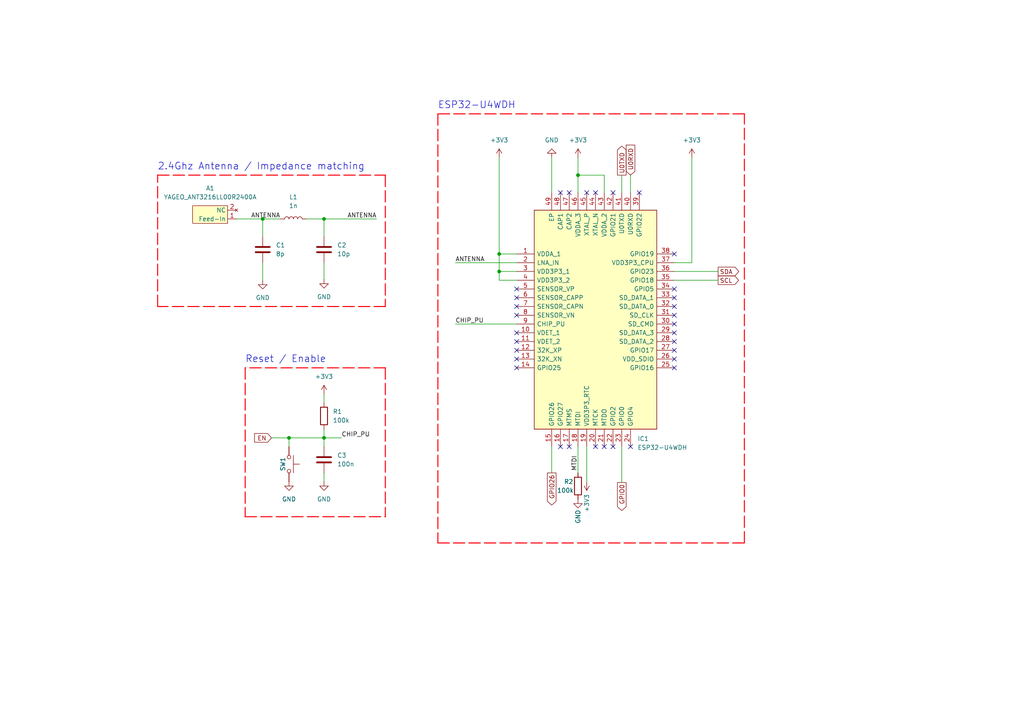
<source format=kicad_sch>
(kicad_sch (version 20211123) (generator eeschema)
  (paper "A4")
  (lib_symbols
    (symbol "Device:C" (pin_numbers hide) (pin_names (offset 0.254))
      (property "Reference" "C" (at 0.635 2.54 0))
      (property "Value" "C" (at 0.635 -2.54 0))
      (symbol "C_0_1"
        (polyline (pts (xy -2.032 -0.762) (xy 2.032 -0.762)) (stroke (width 0.508)))
        (polyline (pts (xy -2.032 0.762) (xy 2.032 0.762)) (stroke (width 0.508)))
      )
      (symbol "C_1_1"
        (pin passive line (at 0 3.81 270) (length 2.794) (name "~") (number "1"))
        (pin passive line (at 0 -3.81 90) (length 2.794) (name "~") (number "2"))
      )
    )
    (symbol "Device:L" (pin_numbers hide) (pin_names (offset 1.016) hide)
      (property "Reference" "L" (at -1.27 0 90))
      (property "Value" "L" (at 1.905 0 90))
      (symbol "L_0_1"
        (arc (start 0 -2.54) (mid 0.635 -1.905) (end 0 -1.27))
        (arc (start 0 -1.27) (mid 0.635 -0.635) (end 0 0))
        (arc (start 0 0) (mid 0.635 0.635) (end 0 1.27))
        (arc (start 0 1.27) (mid 0.635 1.905) (end 0 2.54))
      )
      (symbol "L_1_1"
        (pin passive line (at 0 3.81 270) (length 1.27) (name "1") (number "1"))
        (pin passive line (at 0 -3.81 90) (length 1.27) (name "2") (number "2"))
      )
    )
    (symbol "Device:R" (pin_numbers hide) (pin_names (offset 0))
      (property "Reference" "R" (at 2.032 0 90))
      (property "Value" "R" (at 0 0 90))
      (symbol "R_0_1"
        (rectangle (start -1.016 -2.54) (end 1.016 2.54) (stroke (width 0.254)))
      )
      (symbol "R_1_1"
        (pin passive line (at 0 3.81 270) (length 1.27) (name "~") (number "1"))
        (pin passive line (at 0 -3.81 90) (length 1.27) (name "~") (number "2"))
      )
    )
    (symbol "ESP32-U4WDH:ESP32-U4WDH" (pin_names (offset 0.762))
      (property "Reference" "IC" (at 41.91 17.78 0))
      (property "Value" "ESP32-U4WDH" (at 41.91 15.24 0))
      (symbol "ESP32-U4WDH_0_0"
        (pin passive line (at 0 0 0) (length 5.08) (name "VDDA_1") (number "1"))
        (pin passive line (at 0 -22.86 0) (length 5.08) (name "VDET_1") (number "10"))
        (pin passive line (at 0 -25.4 0) (length 5.08) (name "VDET_2") (number "11"))
        (pin passive line (at 0 -27.94 0) (length 5.08) (name "32K_XP") (number "12"))
        (pin passive line (at 0 -30.48 0) (length 5.08) (name "32K_XN") (number "13"))
        (pin passive line (at 0 -33.02 0) (length 5.08) (name "GPIO25") (number "14"))
        (pin passive line (at 10.16 -55.88 90) (length 5.08) (name "GPIO26") (number "15"))
        (pin passive line (at 12.7 -55.88 90) (length 5.08) (name "GPIO27") (number "16"))
        (pin passive line (at 15.24 -55.88 90) (length 5.08) (name "MTMS") (number "17"))
        (pin passive line (at 17.78 -55.88 90) (length 5.08) (name "MTDI") (number "18"))
        (pin passive line (at 20.32 -55.88 90) (length 5.08) (name "VDD3P3_RTC") (number "19"))
        (pin passive line (at 0 -2.54 0) (length 5.08) (name "LNA_IN") (number "2"))
        (pin passive line (at 22.86 -55.88 90) (length 5.08) (name "MTCK") (number "20"))
        (pin passive line (at 25.4 -55.88 90) (length 5.08) (name "MTDO") (number "21"))
        (pin passive line (at 27.94 -55.88 90) (length 5.08) (name "GPIO2") (number "22"))
        (pin passive line (at 30.48 -55.88 90) (length 5.08) (name "GPIO0") (number "23"))
        (pin passive line (at 33.02 -55.88 90) (length 5.08) (name "GPIO4") (number "24"))
        (pin passive line (at 45.72 -33.02 180) (length 5.08) (name "GPIO16") (number "25"))
        (pin passive line (at 45.72 -30.48 180) (length 5.08) (name "VDD_SDIO") (number "26"))
        (pin passive line (at 45.72 -27.94 180) (length 5.08) (name "GPIO17") (number "27"))
        (pin passive line (at 45.72 -25.4 180) (length 5.08) (name "SD_DATA_2") (number "28"))
        (pin passive line (at 45.72 -22.86 180) (length 5.08) (name "SD_DATA_3") (number "29"))
        (pin passive line (at 0 -5.08 0) (length 5.08) (name "VDD3P3_1") (number "3"))
        (pin passive line (at 45.72 -20.32 180) (length 5.08) (name "SD_CMD") (number "30"))
        (pin passive line (at 45.72 -17.78 180) (length 5.08) (name "SD_CLK") (number "31"))
        (pin passive line (at 45.72 -15.24 180) (length 5.08) (name "SD_DATA_0") (number "32"))
        (pin passive line (at 45.72 -12.7 180) (length 5.08) (name "SD_DATA_1") (number "33"))
        (pin passive line (at 45.72 -10.16 180) (length 5.08) (name "GPIO5") (number "34"))
        (pin passive line (at 45.72 -7.62 180) (length 5.08) (name "GPIO18") (number "35"))
        (pin passive line (at 45.72 -5.08 180) (length 5.08) (name "GPIO23") (number "36"))
        (pin passive line (at 45.72 -2.54 180) (length 5.08) (name "VDD3P3_CPU") (number "37"))
        (pin passive line (at 45.72 0 180) (length 5.08) (name "GPIO19") (number "38"))
        (pin passive line (at 35.56 17.78 270) (length 5.08) (name "GPIO22") (number "39"))
        (pin passive line (at 0 -7.62 0) (length 5.08) (name "VDD3P3_2") (number "4"))
        (pin passive line (at 33.02 17.78 270) (length 5.08) (name "U0RXD") (number "40"))
        (pin passive line (at 30.48 17.78 270) (length 5.08) (name "U0TXD") (number "41"))
        (pin passive line (at 27.94 17.78 270) (length 5.08) (name "GPIO21") (number "42"))
        (pin passive line (at 25.4 17.78 270) (length 5.08) (name "VDDA_2") (number "43"))
        (pin passive line (at 22.86 17.78 270) (length 5.08) (name "XTAL_N") (number "44"))
        (pin passive line (at 20.32 17.78 270) (length 5.08) (name "XTAL_P") (number "45"))
        (pin passive line (at 17.78 17.78 270) (length 5.08) (name "VDDA_3") (number "46"))
        (pin passive line (at 15.24 17.78 270) (length 5.08) (name "CAP2") (number "47"))
        (pin passive line (at 12.7 17.78 270) (length 5.08) (name "CAP1") (number "48"))
        (pin passive line (at 10.16 17.78 270) (length 5.08) (name "EP") (number "49"))
        (pin passive line (at 0 -10.16 0) (length 5.08) (name "SENSOR_VP") (number "5"))
        (pin passive line (at 0 -12.7 0) (length 5.08) (name "SENSOR_CAPP") (number "6"))
        (pin passive line (at 0 -15.24 0) (length 5.08) (name "SENSOR_CAPN") (number "7"))
        (pin passive line (at 0 -17.78 0) (length 5.08) (name "SENSOR_VN") (number "8"))
        (pin passive line (at 0 -20.32 0) (length 5.08) (name "CHIP_PU") (number "9"))
      )
      (symbol "ESP32-U4WDH_0_1"
        (polyline (pts (xy 5.08 12.7) (xy 40.64 12.7) (xy 40.64 -50.8) (xy 5.08 -50.8) (xy 5.08 12.7)) (stroke (width 0.1524)) (fill (type background)))
        (rectangle (start 5.08 12.7) (end 40.64 -50.8))
      )
    )
    (symbol "RF_Antenna:YAGEO_ANT3216LL00R2400A"
      (property "Reference" "A" (at 0 5.08 0))
      (property "Value" "YAGEO_ANT3216LL00R2400A" (at 0 -5.08 0))
      (symbol "YAGEO_ANT3216LL00R2400A_0_1"
        (rectangle (start -5.08 2.54) (end 5.08 -2.54) (fill (type background)))
      )
      (symbol "YAGEO_ANT3216LL00R2400A_1_1"
        (pin input line (at -7.62 1.27 0) (length 2.54) (name "Feed-In") (number "1"))
        (pin no_connect line (at -7.62 -1.27 0) (length 2.54) (name "NC") (number "2"))
      )
    )
    (symbol "Switch:SW_Push" (pin_numbers hide) (pin_names (offset 1.016) hide)
      (property "Reference" "SW" (at 1.27 2.54 0))
      (property "Value" "SW_Push" (at 0 -1.524 0))
      (symbol "SW_Push_0_1"
        (circle (center -2.032 0) (radius 0.508))
        (polyline (pts (xy 0 1.27) (xy 0 3.048)))
        (polyline (pts (xy 2.54 1.27) (xy -2.54 1.27)))
        (circle (center 2.032 0) (radius 0.508))
        (pin passive line (at -5.08 0 0) (length 2.54) (name "1") (number "1"))
        (pin passive line (at 5.08 0 180) (length 2.54) (name "2") (number "2"))
      )
    )
    (symbol "power:+3V3" (power) (pin_names (offset 0))
      (property "Value" "+3V3" (at 0 3.556 0))
      (symbol "+3V3_0_1"
        (polyline (pts (xy -0.762 1.27) (xy 0 2.54)))
        (polyline (pts (xy 0 0) (xy 0 2.54)))
        (polyline (pts (xy 0 2.54) (xy 0.762 1.27)))
      )
      (symbol "+3V3_1_1"
        (pin power_in line (at 0 0 90) (length 0) hide (name "+3V3") (number "1"))
      )
    )
    (symbol "power:GND" (power) (pin_names (offset 0))
      (property "Value" "GND" (at 0 -3.81 0))
      (symbol "GND_0_1"
        (polyline (pts (xy 0 0) (xy 0 -1.27) (xy 1.27 -1.27) (xy 0 -2.54) (xy -1.27 -1.27) (xy 0 -1.27)))
      )
      (symbol "GND_1_1"
        (pin power_in line (at 0 0 270) (length 0) hide (name "GND") (number "1"))
      )
    )
  )
  (junction (at 144.78 73.66))
  (junction (at 76.2 63.5))
  (junction (at 167.64 50.8))
  (junction (at 83.82 127))
  (junction (at 93.98 127))
  (junction (at 93.98 63.5))
  (junction (at 144.78 78.74))
  (no_connect (at 195.58 101.6))
  (no_connect (at 165.1 55.88))
  (no_connect (at 182.88 129.54))
  (no_connect (at 149.86 106.68))
  (no_connect (at 149.86 99.06))
  (no_connect (at 195.58 86.36))
  (no_connect (at 149.86 96.52))
  (no_connect (at 195.58 83.82))
  (no_connect (at 165.1 129.54))
  (no_connect (at 185.42 55.88))
  (no_connect (at 195.58 93.98))
  (no_connect (at 162.56 129.54))
  (no_connect (at 149.86 101.6))
  (no_connect (at 162.56 55.88))
  (no_connect (at 149.86 86.36))
  (no_connect (at 195.58 106.68))
  (no_connect (at 195.58 88.9))
  (no_connect (at 170.18 55.88))
  (no_connect (at 175.26 129.54))
  (no_connect (at 195.58 91.44))
  (no_connect (at 195.58 96.52))
  (no_connect (at 149.86 83.82))
  (no_connect (at 177.8 55.88))
  (no_connect (at 177.8 129.54))
  (no_connect (at 149.86 104.14))
  (no_connect (at 195.58 104.14))
  (no_connect (at 172.72 129.54))
  (no_connect (at 149.86 91.44))
  (no_connect (at 195.58 73.66))
  (no_connect (at 172.72 55.88))
  (no_connect (at 195.58 99.06))
  (no_connect (at 149.86 88.9))
  (wire (pts (xy 195.58 78.74) (xy 208.28 78.74)))
  (polyline (pts (xy 215.9 33.02) (xy 127 33.02)) (stroke (width 0.3) (color 255 0 11 1)))
  (polyline (pts (xy 111.76 106.68) (xy 111.76 149.86)) (stroke (width 0.3) (color 255 0 11 1)))
  (polyline (pts (xy 71.12 106.68) (xy 71.12 149.86)) (stroke (width 0.3) (color 255 0 11 1)))
  (wire (pts (xy 167.64 129.54) (xy 167.64 137.16)))
  (wire (pts (xy 144.78 73.66) (xy 144.78 78.74)))
  (polyline (pts (xy 127 157.48) (xy 215.9 157.48)) (stroke (width 0.3) (color 255 0 11 1)))
  (wire (pts (xy 93.98 76.2) (xy 93.98 81.026)))
  (polyline (pts (xy 45.72 88.9) (xy 45.72 50.8)) (stroke (width 0.3) (color 255 0 11 1)))
  (polyline (pts (xy 127 33.02) (xy 127 157.48)) (stroke (width 0.3) (color 255 0 11 1)))
  (wire (pts (xy 88.9 63.5) (xy 93.98 63.5)))
  (polyline (pts (xy 111.76 106.68) (xy 71.12 106.68)) (stroke (width 0.3) (color 255 0 11 1)))
  (wire (pts (xy 76.2 76.2) (xy 76.2 81.28)))
  (wire (pts (xy 144.78 78.74) (xy 144.78 81.28)))
  (wire (pts (xy 175.26 50.8) (xy 167.64 50.8)))
  (wire (pts (xy 182.88 50.8) (xy 182.88 55.88)))
  (polyline (pts (xy 71.12 149.86) (xy 111.76 149.86)) (stroke (width 0.3) (color 255 0 11 1)))
  (wire (pts (xy 93.98 114.3) (xy 93.98 116.84)))
  (wire (pts (xy 144.78 81.28) (xy 149.86 81.28)))
  (wire (pts (xy 195.58 81.28) (xy 208.28 81.28)))
  (wire (pts (xy 93.98 124.46) (xy 93.98 127)))
  (wire (pts (xy 93.98 127) (xy 93.98 129.54)))
  (wire (pts (xy 132.08 93.98) (xy 149.86 93.98)))
  (polyline (pts (xy 111.76 50.8) (xy 111.76 88.9)) (stroke (width 0.3) (color 255 0 11 1)))
  (wire (pts (xy 93.98 63.5) (xy 93.98 68.58)))
  (polyline (pts (xy 111.76 88.9) (xy 45.72 88.9)) (stroke (width 0.3) (color 255 0 11 1)))
  (wire (pts (xy 200.66 45.72) (xy 200.66 76.2)))
  (wire (pts (xy 83.82 127) (xy 78.74 127)))
  (wire (pts (xy 132.08 76.2) (xy 149.86 76.2)))
  (wire (pts (xy 160.02 129.54) (xy 160.02 137.16)))
  (wire (pts (xy 76.2 63.5) (xy 76.2 68.58)))
  (wire (pts (xy 83.82 129.54) (xy 83.82 127)))
  (wire (pts (xy 149.86 73.66) (xy 144.78 73.66)))
  (wire (pts (xy 195.58 76.2) (xy 200.66 76.2)))
  (wire (pts (xy 167.64 50.8) (xy 167.64 55.88)))
  (wire (pts (xy 160.02 45.72) (xy 160.02 55.88)))
  (wire (pts (xy 83.82 127) (xy 93.98 127)))
  (wire (pts (xy 149.86 78.74) (xy 144.78 78.74)))
  (wire (pts (xy 180.34 50.8) (xy 180.34 55.88)))
  (polyline (pts (xy 215.9 157.48) (xy 215.9 33.02)) (stroke (width 0.3) (color 255 0 11 1)))
  (wire (pts (xy 93.98 63.5) (xy 109.22 63.5)))
  (wire (pts (xy 180.34 129.54) (xy 180.34 139.954)))
  (wire (pts (xy 93.98 137.16) (xy 93.98 139.7)))
  (wire (pts (xy 68.58 63.5) (xy 76.2 63.5)))
  (wire (pts (xy 167.64 45.72) (xy 167.64 50.8)))
  (wire (pts (xy 170.18 129.54) (xy 170.18 139.7)))
  (wire (pts (xy 76.2 63.5) (xy 81.28 63.5)))
  (wire (pts (xy 93.98 127) (xy 99.06 127)))
  (wire (pts (xy 175.26 55.88) (xy 175.26 50.8)))
  (wire (pts (xy 144.78 45.72) (xy 144.78 73.66)))
  (polyline (pts (xy 45.72 50.8) (xy 111.76 50.8)) (stroke (width 0.3) (color 255 0 11 1)))
  (text "ESP32-U4WDH\n" (at 127 31.75 0) (effects (font (size 2 2)) (justify left bottom)))
  (text "Reset / Enable" (at 71.12 105.41 0) (effects (font (size 2 2)) (justify left bottom)))
  (text "2.4Ghz Antenna / Impedance matching\n" (at 45.72 49.53 0) (effects (font (size 2 2)) (justify left bottom)))
  (label "ANTENNA" (at 132.08 76.2 0))
  (label "ANTENNA" (at 81.28 63.5 180))
  (label "ANTENNA" (at 109.22 63.5 180))
  (label "CHIP_PU" (at 132.08 93.98 0))
  (label "CHIP_PU" (at 99.06 127 0))
  (label "MTDI" (at 167.64 132.08 270))
  (global_label "SCL" (shape output) (at 208.28 81.28 0) (property "Intersheet References" "${INTERSHEET_REFS}" (effects hide)))
  (global_label "SDA" (shape output) (at 208.28 78.74 0) (property "Intersheet References" "${INTERSHEET_REFS}" (effects hide)))
  (global_label "GPIO26" (shape output) (at 160.02 137.16 270) (property "Intersheet References" "${INTERSHEET_REFS}" (effects hide)))
  (global_label "U0RXD" (shape input) (at 182.88 50.8 90) (property "Intersheet References" "${INTERSHEET_REFS}" (effects hide)))
  (global_label "GPIO0" (shape output) (at 180.34 139.954 270) (property "Intersheet References" "${INTERSHEET_REFS}" (effects hide)))
  (global_label "EN" (shape input) (at 78.74 127 180) (property "Intersheet References" "${INTERSHEET_REFS}" (effects hide)))
  (global_label "U0TXD" (shape output) (at 180.34 50.8 90) (property "Intersheet References" "${INTERSHEET_REFS}" (effects hide)))
  (symbol (lib_id "power:GND") (at 83.82 139.7 0) (unit 1)
    (property "Reference" "#PWR?" (effects hide))
    (property "Value" "GND" (at 83.82 144.78 0))
  )
  (symbol (lib_id "power:+3V3") (at 144.78 45.72 0) (unit 1)
    (property "Reference" "#PWR?" (effects hide))
    (property "Value" "+3V3" (at 144.78 40.64 0))
  )
  (symbol (lib_id "power:+3V3") (at 200.66 45.72 0) (unit 1)
    (property "Reference" "#PWR?" (effects hide))
    (property "Value" "+3V3" (at 200.66 40.64 0))
  )
  (symbol (lib_id "Device:C") (at 76.2 72.39 0) (unit 1)
    (property "Reference" "C1" (at 80.01 71.1199 0) (effects (justify left)))
    (property "Value" "8p" (at 80.01 73.6599 0) (effects (justify left)))
    (property "Footprint" "Capacitor_SMD:C_0402_1005Metric" (effects hide))
  )
  (symbol (lib_id "Device:C") (at 93.98 133.35 0) (unit 1)
    (property "Reference" "C3" (at 97.79 132.0799 0) (effects (justify left)))
    (property "Value" "100n" (at 97.79 134.6199 0) (effects (justify left)))
    (property "Footprint" "Capacitor_SMD:C_0402_1005Metric" (effects hide))
  )
  (symbol (lib_id "Device:L") (at 85.09 63.5 90) (unit 1)
    (property "Reference" "L1" (at 85.09 57.15 90))
    (property "Value" "1n" (at 85.09 59.69 90))
    (property "Footprint" "Inductor_SMD:L_0402_1005Metric" (effects hide))
  )
  (symbol (lib_id "Device:C") (at 93.98 72.39 0) (unit 1)
    (property "Reference" "C2" (at 97.79 71.1199 0) (effects (justify left)))
    (property "Value" "10p" (at 97.79 73.6599 0) (effects (justify left)))
    (property "Footprint" "Capacitor_SMD:C_0402_1005Metric" (effects hide))
  )
  (symbol (lib_id "ESP32-U4WDH:ESP32-U4WDH") (at 149.86 73.66 0) (unit 1)
    (property "Reference" "IC1" (at 184.8994 127.254 0) (effects (justify left)))
    (property "Value" "ESP32-U4WDH" (at 184.8994 129.794 0) (effects (justify left)))
    (property "Footprint" "ESP32-U4WDH:QFN35P500X500X90-49N-D" (effects hide))
    (property "Datasheet" "https://espressif.com/sites/default/files/documentation/esp32_datasheet_en.pdf" (effects hide))
    (property "Description" "WiFi Development Tools (802.11) SMD IC WiFi Single Core BT Combo" (effects hide))
    (property "Height" "0.9" (effects hide))
    (property "Mouser Part Number" "356-ESP32-U4WDH" (effects hide))
    (property "Mouser Price/Stock" "https://www.mouser.co.uk/ProductDetail/Espressif-Systems/ESP32-U4WDH?qs=GBLSl2AkirunIR6VFFVeEA%3D%3D" (effects hide))
    (property "Manufacturer_Name" "Espressif Systems" (effects hide))
    (property "Manufacturer_Part_Number" "ESP32-U4WDH" (effects hide))
  )
  (symbol (lib_id "Device:R") (at 93.98 120.65 0) (unit 1)
    (property "Reference" "R1" (at 96.52 119.3799 0) (effects (justify left)))
    (property "Value" "100k" (at 96.52 121.9199 0) (effects (justify left)))
    (property "Footprint" "Resistor_SMD:R_0402_1005Metric" (effects hide))
  )
  (symbol (lib_id "power:+3V3") (at 170.18 139.7 180) (unit 1)
    (property "Reference" "#PWR?" (effects hide))
    (property "Value" "+3V3" (at 170.18 148.59 90) (effects (justify right)))
  )
  (symbol (lib_id "Device:R") (at 167.64 140.97 0) (unit 1)
    (property "Reference" "R2" (at 163.576 139.7 0) (effects (justify left)))
    (property "Value" "100k" (at 161.544 142.24 0) (effects (justify left)))
    (property "Footprint" "Resistor_SMD:R_0402_1005Metric" (effects hide))
  )
  (symbol (lib_id "power:GND") (at 76.2 81.28 0) (unit 1)
    (property "Reference" "#PWR?" (effects hide))
    (property "Value" "GND" (at 76.2 86.36 0))
  )
  (symbol (lib_id "power:+3V3") (at 167.64 45.72 0) (unit 1)
    (property "Reference" "#PWR?" (effects hide))
    (property "Value" "+3V3" (at 167.64 40.64 0))
  )
  (symbol (lib_id "power:GND") (at 167.64 144.78 0) (unit 1)
    (property "Reference" "#PWR?" (effects hide))
    (property "Value" "GND" (at 167.64 149.86 90))
  )
  (symbol (lib_id "power:GND") (at 160.02 45.72 180) (unit 1)
    (property "Reference" "#PWR?" (effects hide))
    (property "Value" "GND" (at 160.02 40.64 0))
  )
  (symbol (lib_id "RF_Antenna:YAGEO_ANT3216LL00R2400A") (at 60.96 62.23 180) (unit 1)
    (property "Reference" "A1" (at 60.96 54.61 0))
    (property "Value" "YAGEO_ANT3216LL00R2400A" (at 60.96 57.15 0))
    (property "Footprint" "RF_Antenna:YAGEO_ANT3216LL00R2400A" (effects hide))
  )
  (symbol (lib_id "power:+3V3") (at 93.98 114.3 0) (unit 1)
    (property "Reference" "#PWR?" (effects hide))
    (property "Value" "+3V3" (at 93.98 109.22 0))
  )
  (symbol (lib_id "power:GND") (at 93.98 139.7 0) (unit 1)
    (property "Reference" "#PWR?" (effects hide))
    (property "Value" "GND" (at 93.98 144.78 0))
  )
  (symbol (lib_id "Switch:SW_Push") (at 83.82 134.62 270) (unit 1)
    (property "Reference" "SW1" (at 82.042 132.588 0) (effects (justify left)))
    (property "Value" "SW_Push" (effects hide))
    (property "Footprint" "Button_Switch_SMD:SW_SPST_B3U-1000P" (effects hide))
  )
  (symbol (lib_id "power:GND") (at 93.98 81.026 0) (unit 1)
    (property "Reference" "#PWR?" (effects hide))
    (property "Value" "GND" (at 93.98 86.106 0))
  )
)
</source>
